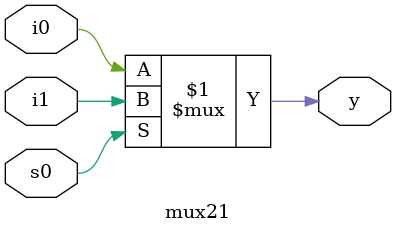
<source format=v>
module mux21(input i0,i1,s0, output y);
assign y=s0?i1:i0;
endmodule
</source>
